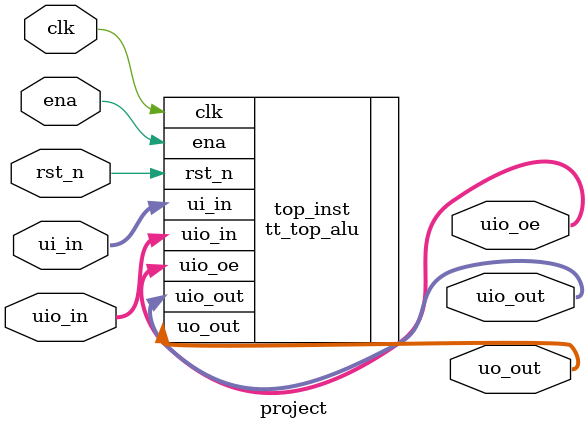
<source format=v>
`default_nettype none

`include "PrefixAdder8.v"
`include "user_module_alu.v"
`include "tt_top_alu.v"

module project (
    input  [7:0] ui_in,
    output [7:0] uo_out,
    input  [7:0] uio_in,
    output [7:0] uio_out,
    output [7:0] uio_oe,
    input        ena,
    input        clk,
    input        rst_n
);
    tt_top_alu top_inst (
        .ui_in(ui_in),
        .uo_out(uo_out),
        .uio_in(uio_in),
        .uio_out(uio_out),
        .uio_oe(uio_oe),
        .ena(ena),
        .clk(clk),
        .rst_n(rst_n)
    );
endmodule

`default_nettype wire

</source>
